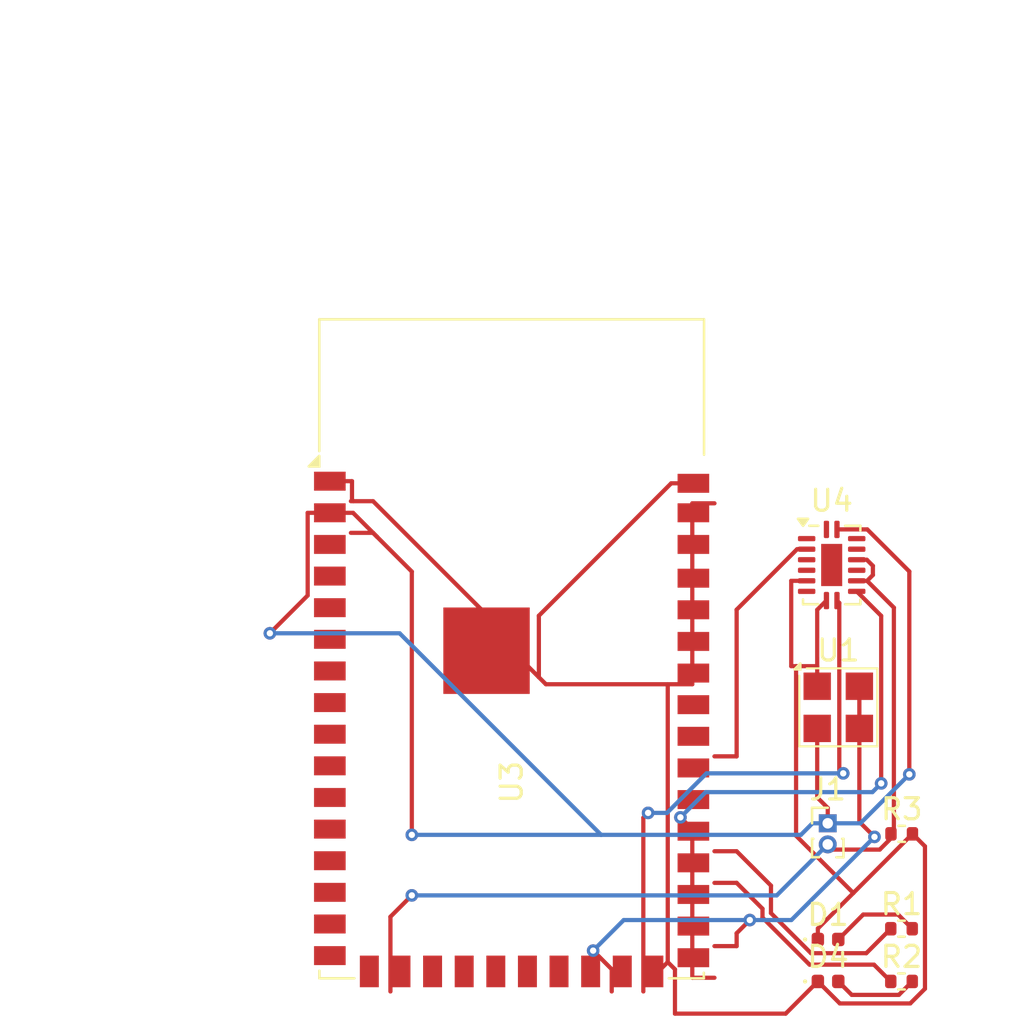
<source format=kicad_pcb>
(kicad_pcb (version 20241229) (generator "pcbnew") (generator_version "9.0")
  (layers (0 "F.Cu" signal) (2 "B.Cu" signal) (13 "F.Paste" user) (15 "B.Paste" user) (5 "F.SilkS" user "F.Silkscreen") (7 "B.SilkS" user "B.Silkscreen") (1 "F.Mask" user) (3 "B.Mask" user) (25 "Edge.Cuts" user))
  (net 0 "")
  (net 1 "Net-(D1-A)")
  (net 2 "Net-(D1-K)")
  (net 3 "Net-(D4-A)")
  (net 4 "Net-(J1-Pin_1)")
  (net 5 "Net-(J1-Pin_2)")
  (net 6 "Net-(U3-IO37)")
  (net 7 "Net-(U3-IO36)")
  (net 8 "Net-(U1-SCL)")
  (net 16 "Net-(U3-IO26)")
  (net 34 "Net-(U3-IO40)")
  (net 35 "Net-(U3-IO33)")
  (net 51 "Net-(U1-SDA)")
  (net 52 "Net-(U3-IO14)")
  (footprint "LED_SMD:LED_0402_1005Metric" (layer "F.Cu") (at 86.8888 71.5947)
    (property "Reference" "D4" (at 0 -1.17 0) (layer "F.SilkS"))
    (property "Value" "LED")
    (fp_circle (center -1.09 0) (end -1.04 0) (stroke (width 0.1)) (fill no) (layer "F.SilkS"))
    (pad "1" smd roundrect (at -0.485 0) (size 0.59 0.64) (layers "F.Cu" "F.Mask" "F.Paste") (net 2 "Net-(D1-K)"))
    (pad "2" smd roundrect (at 0.485 0) (size 0.59 0.64) (layers "F.Cu" "F.Mask" "F.Paste") (net 3 "Net-(D4-A)"))
  )
  (footprint "Connector_PinHeader_1.00mm:PinHeader_1x02_P1.00mm_Vertical" (layer "F.Cu") (at 86.8738 64.0947)
    (property "Reference" "J1" (at 0 -1.61 0) (layer "F.SilkS"))
    (property "Value" "Conn_01x02")
    (fp_line (start -0.745 -0.735) (end 0 -0.735) (stroke (width 0.12)) (layer "F.SilkS"))
    (fp_line (start -0.745 0) (end -0.745 -0.735) (stroke (width 0.12)) (layer "F.SilkS"))
    (fp_line (start -0.745 0.735) (end -0.745 1.61) (stroke (width 0.12)) (layer "F.SilkS"))
    (fp_line (start -0.745 0.735) (end -0.685565 0.735) (stroke (width 0.12)) (layer "F.SilkS"))
    (fp_line (start -0.745 1.61) (end -0.41003 1.61) (stroke (width 0.12)) (layer "F.SilkS"))
    (fp_line (start 0.41003 1.61) (end 0.745 1.61) (stroke (width 0.12)) (layer "F.SilkS"))
    (fp_line (start 0.685565 0.735) (end 0.745 0.735) (stroke (width 0.12)) (layer "F.SilkS"))
    (fp_line (start 0.745 0.735) (end 0.745 1.61) (stroke (width 0.12)) (layer "F.SilkS"))
    (pad "1" thru_hole rect (at 0 0) (size 0.85 0.85) (drill 0.5) (layers "*.Cu" "*.Mask") (net 4 "Net-(J1-Pin_1)"))
    (pad "2" thru_hole circle (at 0 1) (size 0.85 0.85) (drill 0.5) (layers "*.Cu" "*.Mask") (net 5 "Net-(J1-Pin_2)"))
  )
  (footprint "Resistor_SMD:R_0402_1005Metric" (layer "F.Cu") (at 90.3738 71.5947)
    (property "Reference" "R2" (at 0 -1.17 0) (layer "F.SilkS"))
    (property "Value" "220 ohm")
    (fp_line (start -0.153641 -0.38) (end 0.153641 -0.38) (stroke (width 0.12)) (layer "F.SilkS"))
    (fp_line (start -0.153641 0.38) (end 0.153641 0.38) (stroke (width 0.12)) (layer "F.SilkS"))
    (pad "1" smd roundrect (at -0.51 0) (size 0.54 0.64) (layers "F.Cu" "F.Mask" "F.Paste") (net 7 "Net-(U3-IO36)"))
    (pad "2" smd roundrect (at 0.51 0) (size 0.54 0.64) (layers "F.Cu" "F.Mask" "F.Paste") (net 3 "Net-(D4-A)"))
  )
  (footprint "LED_SMD:LED_0402_1005Metric" (layer "F.Cu") (at 86.8888 69.6047)
    (property "Reference" "D1" (at 0 -1.17 0) (layer "F.SilkS"))
    (property "Value" "LED")
    (fp_circle (center -1.09 0) (end -1.04 0) (stroke (width 0.1)) (fill no) (layer "F.SilkS"))
    (pad "1" smd roundrect (at -0.485 0) (size 0.59 0.64) (layers "F.Cu" "F.Mask" "F.Paste") (net 2 "Net-(D1-K)"))
    (pad "2" smd roundrect (at 0.485 0) (size 0.59 0.64) (layers "F.Cu" "F.Mask" "F.Paste") (net 1 "Net-(D1-A)"))
  )
  (footprint "Resistor_SMD:R_0402_1005Metric" (layer "F.Cu") (at 90.3838 64.5947)
    (property "Reference" "R3" (at 0 -1.17 0) (layer "F.SilkS"))
    (property "Value" "10k")
    (fp_line (start -0.153641 -0.38) (end 0.153641 -0.38) (stroke (width 0.12)) (layer "F.SilkS"))
    (fp_line (start -0.153641 0.38) (end 0.153641 0.38) (stroke (width 0.12)) (layer "F.SilkS"))
    (pad "1" smd roundrect (at -0.51 0) (size 0.54 0.64) (layers "F.Cu" "F.Mask" "F.Paste") (net 5 "Net-(J1-Pin_2)"))
    (pad "2" smd roundrect (at 0.51 0) (size 0.54 0.64) (layers "F.Cu" "F.Mask" "F.Paste") (net 2 "Net-(D1-K)"))
  )
  (footprint "Sensor_Pressure:TE_MS5837-xxBA" (layer "F.Cu") (at 87.3738 58.5947)
    (property "Reference" "U1" (at 0 -2.7 0) (layer "F.SilkS"))
    (property "Value" "MS5837-xxBA")
    (fp_line (start -1.85 1.85) (end -1.85 -1.5) (stroke (width 0.1)) (layer "F.SilkS"))
    (fp_line (start -1.5 -1.85) (end 1.85 -1.85) (stroke (width 0.1)) (layer "F.SilkS"))
    (fp_line (start 1.85 -1.85) (end 1.85 1.85) (stroke (width 0.1)) (layer "F.SilkS"))
    (fp_line (start 1.85 1.85) (end -1.85 1.85) (stroke (width 0.1)) (layer "F.SilkS"))
    (fp_poly (pts (xy -1.8 -1.8) (xy -2.08 -1.8) (xy -1.8 -2.08) (xy -1.8 -1.8)) (stroke (width 0.12)) (fill yes) (layer "F.SilkS"))
    (pad "1" smd rect (at -1 -1 180) (size 1.3 1.3) (layers "F.Cu" "F.Mask" "F.Paste") (net 2 "Net-(D1-K)"))
    (pad "2" smd rect (at -1 1 180) (size 1.3 1.3) (layers "F.Cu" "F.Mask" "F.Paste") (net 4 "Net-(J1-Pin_1)"))
    (pad "3" smd rect (at 1 1 180) (size 1.3 1.3) (layers "F.Cu" "F.Mask" "F.Paste") (net 8 "Net-(U1-SCL)"))
    (pad "4" smd rect (at 1 -1 180) (size 1.3 1.3) (layers "F.Cu" "F.Mask" "F.Paste") (net 51 "Net-(U1-SDA)"))
  )
  (footprint "Resistor_SMD:R_0402_1005Metric" (layer "F.Cu") (at 90.3738 69.0947)
    (property "Reference" "R1" (at 0 -1.17 0) (layer "F.SilkS"))
    (property "Value" "220 ohm")
    (fp_line (start -0.153641 -0.38) (end 0.153641 -0.38) (stroke (width 0.12)) (layer "F.SilkS"))
    (fp_line (start -0.153641 0.38) (end 0.153641 0.38) (stroke (width 0.12)) (layer "F.SilkS"))
    (pad "1" smd roundrect (at -0.51 0) (size 0.54 0.64) (layers "F.Cu" "F.Mask" "F.Paste") (net 6 "Net-(U3-IO37)"))
    (pad "2" smd roundrect (at 0.51 0) (size 0.54 0.64) (layers "F.Cu" "F.Mask" "F.Paste") (net 1 "Net-(D1-A)"))
  )
  (footprint "Package_DFN_QFN:DHVQFN-16-1EP_2.5x3.5mm_P0.5mm_EP1x2mm" (layer "F.Cu") (at 87.0613 51.8447)
    (property "Reference" "U4" (at 0 -3.05 0) (layer "F.SilkS"))
    (property "Value" "NMUX1308BQ")
    (fp_line (start -1.36 1.86) (end -1.36 1.635) (stroke (width 0.12)) (layer "F.SilkS"))
    (fp_line (start -0.635 -1.86) (end -1.06 -1.86) (stroke (width 0.12)) (layer "F.SilkS"))
    (fp_line (start -0.635 1.86) (end -1.36 1.86) (stroke (width 0.12)) (layer "F.SilkS"))
    (fp_line (start 0.635 -1.86) (end 1.36 -1.86) (stroke (width 0.12)) (layer "F.SilkS"))
    (fp_line (start 0.635 1.86) (end 1.36 1.86) (stroke (width 0.12)) (layer "F.SilkS"))
    (fp_line (start 1.36 -1.86) (end 1.36 -1.635) (stroke (width 0.12)) (layer "F.SilkS"))
    (fp_line (start 1.36 1.86) (end 1.36 1.635) (stroke (width 0.12)) (layer "F.SilkS"))
    (fp_poly (pts (xy -1.36 -1.86) (xy -1.6 -2.19) (xy -1.12 -2.19)) (stroke (width 0.12)) (fill yes) (layer "F.SilkS"))
    (pad "1" smd roundrect (at -0.25 -1.6875) (size 0.25 0.825) (layers "F.Cu" "F.Mask" "F.Paste"))
    (pad "2" smd roundrect (at -1.1875 -1.25) (size 0.825 0.25) (layers "F.Cu" "F.Mask" "F.Paste"))
    (pad "3" smd roundrect (at -1.1875 -0.75) (size 0.825 0.25) (layers "F.Cu" "F.Mask" "F.Paste") (net 34 "Net-(U3-IO40)"))
    (pad "4" smd roundrect (at -1.1875 -0.25) (size 0.825 0.25) (layers "F.Cu" "F.Mask" "F.Paste"))
    (pad "5" smd roundrect (at -1.1875 0.25) (size 0.825 0.25) (layers "F.Cu" "F.Mask" "F.Paste"))
    (pad "6" smd roundrect (at -1.1875 0.75) (size 0.825 0.25) (layers "F.Cu" "F.Mask" "F.Paste") (net 2 "Net-(D1-K)"))
    (pad "7" smd roundrect (at -1.1875 1.25) (size 0.825 0.25) (layers "F.Cu" "F.Mask" "F.Paste"))
    (pad "8" smd roundrect (at -0.25 1.6875) (size 0.25 0.825) (layers "F.Cu" "F.Mask" "F.Paste") (net 2 "Net-(D1-K)"))
    (pad "9" smd roundrect (at 0.25 1.6875) (size 0.25 0.825) (layers "F.Cu" "F.Mask" "F.Paste") (net 16 "Net-(U3-IO26)"))
    (pad "10" smd roundrect (at 1.1875 1.25) (size 0.825 0.25) (layers "F.Cu" "F.Mask" "F.Paste") (net 35 "Net-(U3-IO33)"))
    (pad "11" smd roundrect (at 1.1875 0.75) (size 0.825 0.25) (layers "F.Cu" "F.Mask" "F.Paste") (net 52 "Net-(U3-IO14)"))
    (pad "12" smd roundrect (at 1.1875 0.25) (size 0.825 0.25) (layers "F.Cu" "F.Mask" "F.Paste"))
    (pad "13" smd roundrect (at 1.1875 -0.25) (size 0.825 0.25) (layers "F.Cu" "F.Mask" "F.Paste") (net 5 "Net-(J1-Pin_2)"))
    (pad "14" smd roundrect (at 1.1875 -0.75) (size 0.825 0.25) (layers "F.Cu" "F.Mask" "F.Paste"))
    (pad "15" smd roundrect (at 1.1875 -1.25) (size 0.825 0.25) (layers "F.Cu" "F.Mask" "F.Paste"))
    (pad "16" smd roundrect (at 0.25 -1.6875) (size 0.25 0.825) (layers "F.Cu" "F.Mask" "F.Paste") (net 4 "Net-(J1-Pin_1)"))
    (pad "17" smd rect (at 0 0) (size 1 2) (property pad_prop_heatsink) (layers "F.Cu" "F.Mask"))
  )
  (footprint "RF_Module:ESP32-S2-WROVER" (layer "F.Cu") (at 71.8738 59.6447)
    (property "Reference" "U3" (at 0 2.5 90) (layer "F.SilkS"))
    (property "Value" "ESP32-S2-WROVER")
    (fp_line (start -9.125 -19.45) (end 9.13 -19.45) (stroke (width 0.12)) (layer "F.SilkS"))
    (fp_line (start -9.125 -13.2) (end -9.125 -19.45) (stroke (width 0.12)) (layer "F.SilkS"))
    (fp_line (start -9.12 11.44) (end -9.12 11.8) (stroke (width 0.12)) (layer "F.SilkS"))
    (fp_line (start -9.12 11.8) (end -7.46 11.8) (stroke (width 0.12)) (layer "F.SilkS"))
    (fp_line (start 9.12 11.54) (end 9.12 11.8) (stroke (width 0.12)) (layer "F.SilkS"))
    (fp_line (start 9.12 11.8) (end 7.46 11.8) (stroke (width 0.12)) (layer "F.SilkS"))
    (fp_line (start 9.13 -13.03) (end 9.13 -19.45) (stroke (width 0.12)) (layer "F.SilkS"))
    (fp_poly (pts (xy -9.125 -12.475) (xy -9.625 -12.475) (xy -9.125 -12.975) (xy -9.125 -12.475)) (stroke (width 0.12)) (fill yes) (layer "F.SilkS"))
    (pad "1" smd rect (at -8.625 -11.775) (size 1.5 0.9) (layers "F.Cu" "F.Mask" "F.Paste") (net 2 "Net-(D1-K)"))
    (pad "2" smd rect (at -8.625 -10.275) (size 1.5 0.9) (layers "F.Cu" "F.Mask" "F.Paste") (net 4 "Net-(J1-Pin_1)"))
    (pad "3" smd rect (at -8.625 -8.775) (size 1.5 0.9) (layers "F.Cu" "F.Mask" "F.Paste"))
    (pad "4" smd rect (at -8.625 -7.275) (size 1.5 0.9) (layers "F.Cu" "F.Mask" "F.Paste"))
    (pad "5" smd rect (at -8.625 -5.775) (size 1.5 0.9) (layers "F.Cu" "F.Mask" "F.Paste"))
    (pad "6" smd rect (at -8.625 -4.275) (size 1.5 0.9) (layers "F.Cu" "F.Mask" "F.Paste"))
    (pad "7" smd rect (at -8.625 -2.775) (size 1.5 0.9) (layers "F.Cu" "F.Mask" "F.Paste"))
    (pad "8" smd rect (at -8.625 -1.275) (size 1.5 0.9) (layers "F.Cu" "F.Mask" "F.Paste"))
    (pad "9" smd rect (at -8.625 0.225) (size 1.5 0.9) (layers "F.Cu" "F.Mask" "F.Paste"))
    (pad "10" smd rect (at -8.625 1.725) (size 1.5 0.9) (layers "F.Cu" "F.Mask" "F.Paste"))
    (pad "11" smd rect (at -8.625 3.225) (size 1.5 0.9) (layers "F.Cu" "F.Mask" "F.Paste"))
    (pad "12" smd rect (at -8.625 4.725) (size 1.5 0.9) (layers "F.Cu" "F.Mask" "F.Paste"))
    (pad "13" smd rect (at -8.625 6.225) (size 1.5 0.9) (layers "F.Cu" "F.Mask" "F.Paste"))
    (pad "14" smd rect (at -8.625 7.725) (size 1.5 0.9) (layers "F.Cu" "F.Mask" "F.Paste"))
    (pad "15" smd rect (at -8.625 9.225 180) (size 1.5 0.9) (layers "F.Cu" "F.Mask" "F.Paste"))
    (pad "16" smd rect (at -8.625 10.725 180) (size 1.5 0.9) (layers "F.Cu" "F.Mask" "F.Paste"))
    (pad "17" smd rect (at -6.75 11.475) (size 0.9 1.5) (layers "F.Cu" "F.Mask" "F.Paste") (net 52 "Net-(U3-IO14)"))
    (pad "18" smd rect (at -5.25 11.475) (size 0.9 1.5) (layers "F.Cu" "F.Mask" "F.Paste"))
    (pad "19" smd rect (at -3.75 11.475) (size 0.9 1.5) (layers "F.Cu" "F.Mask" "F.Paste"))
    (pad "20" smd rect (at -2.25 11.475) (size 0.9 1.5) (layers "F.Cu" "F.Mask" "F.Paste"))
    (pad "21" smd rect (at -0.75 11.475) (size 0.9 1.5) (layers "F.Cu" "F.Mask" "F.Paste"))
    (pad "22" smd rect (at 0.75 11.475) (size 0.9 1.5) (layers "F.Cu" "F.Mask" "F.Paste"))
    (pad "23" smd rect (at 2.25 11.475) (size 0.9 1.5) (layers "F.Cu" "F.Mask" "F.Paste"))
    (pad "24" smd rect (at 3.75 11.475) (size 0.9 1.5) (layers "F.Cu" "F.Mask" "F.Paste") (net 51 "Net-(U1-SDA)"))
    (pad "25" smd rect (at 5.25 11.475) (size 0.9 1.5) (layers "F.Cu" "F.Mask" "F.Paste") (net 16 "Net-(U3-IO26)"))
    (pad "26" smd rect (at 6.75 11.475) (size 0.9 1.5) (layers "F.Cu" "F.Mask" "F.Paste") (net 2 "Net-(D1-K)"))
    (pad "27" smd rect (at 8.625 10.825) (size 1.5 0.9) (layers "F.Cu" "F.Mask" "F.Paste") (net 35 "Net-(U3-IO33)"))
    (pad "28" smd rect (at 8.625 9.325) (size 1.5 0.9) (layers "F.Cu" "F.Mask" "F.Paste") (net 8 "Net-(U1-SCL)"))
    (pad "29" smd rect (at 8.625 7.825) (size 1.5 0.9) (layers "F.Cu" "F.Mask" "F.Paste"))
    (pad "30" smd rect (at 8.625 6.325) (size 1.5 0.9) (layers "F.Cu" "F.Mask" "F.Paste") (net 7 "Net-(U3-IO36)"))
    (pad "31" smd rect (at 8.625 4.825) (size 1.5 0.9) (layers "F.Cu" "F.Mask" "F.Paste") (net 6 "Net-(U3-IO37)"))
    (pad "32" smd rect (at 8.625 3.325) (size 1.5 0.9) (layers "F.Cu" "F.Mask" "F.Paste"))
    (pad "33" smd rect (at 8.625 1.825) (size 1.5 0.9) (layers "F.Cu" "F.Mask" "F.Paste"))
    (pad "34" smd rect (at 8.625 0.325) (size 1.5 0.9) (layers "F.Cu" "F.Mask" "F.Paste") (net 34 "Net-(U3-IO40)"))
    (pad "35" smd rect (at 8.625 -1.175) (size 1.5 0.9) (layers "F.Cu" "F.Mask" "F.Paste"))
    (pad "36" smd rect (at 8.625 -2.675) (size 1.5 0.9) (layers "F.Cu" "F.Mask" "F.Paste"))
    (pad "37" smd rect (at 8.625 -4.175) (size 1.5 0.9) (layers "F.Cu" "F.Mask" "F.Paste"))
    (pad "38" smd rect (at 8.625 -5.675) (size 1.5 0.9) (layers "F.Cu" "F.Mask" "F.Paste"))
    (pad "39" smd rect (at 8.625 -7.175) (size 1.5 0.9) (layers "F.Cu" "F.Mask" "F.Paste"))
    (pad "40" smd rect (at 8.625 -8.775) (size 1.5 0.9) (layers "F.Cu" "F.Mask" "F.Paste"))
    (pad "41" smd rect (at 8.625 -10.275) (size 1.5 0.9) (layers "F.Cu" "F.Mask" "F.Paste"))
    (pad "42" smd rect (at 8.625 -11.675) (size 1.5 0.9) (layers "F.Cu" "F.Mask" "F.Paste") (net 2 "Net-(D1-K)"))
    (pad "43" smd rect (at -1.19 -3.735) (size 4.1 4.1) (property pad_prop_heatsink) (layers "F.Cu" "F.Mask") (net 2 "Net-(D1-K)"))
  )
  (segment (start 88.5569 68.4216) (end 87.3738 69.6047) (width 0.2) (layer "F.Cu") (net 1))
  (segment (start 90.8838 69.0947) (end 90.2107 68.4216) (width 0.2) (layer "F.Cu") (net 1))
  (segment (start 90.2107 68.4216) (end 88.5569 68.4216) (width 0.2) (layer "F.Cu") (net 1))
  (segment (start 90.8938 64.5947) (end 88.0876 67.4009) (width 0.2) (layer "F.Cu") (net 2))
  (segment (start 90.788 72.6382) (end 87.4473 72.6382) (width 0.2) (layer "F.Cu") (net 2))
  (segment (start 64.3005 48.754) (end 64.3662 48.8197) (width 0.2) (layer "F.Cu") (net 2))
  (segment (start 85.3722 56.643) (end 85.1411 56.643) (width 0.2) (layer "F.Cu") (net 2))
  (segment (start 79.6238 73.1214) (end 79.6238 71.018) (width 0.2) (layer "F.Cu") (net 2))
  (segment (start 86.8113 53.5322) (end 86.3738 53.9697) (width 0.2) (layer "F.Cu") (net 2))
  (segment (start 90.8938 64.5947) (end 91.4873 65.1882) (width 0.2) (layer "F.Cu") (net 2))
  (segment (start 80.4471 57.5) (end 80.4471 48.9197) (width 0.2) (layer "F.Cu") (net 2))
  (segment (start 70.6838 55.9097) (end 70.9888 55.6047) (width 0.2) (layer "F.Cu") (net 2))
  (segment (start 73.1669 54.2499) (end 79.4471 47.9697) (width 0.2) (layer "F.Cu") (net 2))
  (segment (start 78.8385 71.1197) (end 79.282 70.6762) (width 0.2) (layer "F.Cu") (net 2))
  (segment (start 63.2488 47.8697) (end 64.3005 47.8697) (width 0.2) (layer "F.Cu") (net 2))
  (segment (start 80.4988 47.9697) (end 79.4471 47.9697) (width 0.2) (layer "F.Cu") (net 2))
  (segment (start 65.3005 48.8197) (end 70.9888 54.508) (width 0.2) (layer "F.Cu") (net 2))
  (segment (start 91.4873 71.9389) (end 90.788 72.6382) (width 0.2) (layer "F.Cu") (net 2))
  (segment (start 86.3738 56.643) (end 85.3722 56.643) (width 0.2) (layer "F.Cu") (net 2))
  (segment (start 85.1411 56.643) (end 85.1411 52.5947) (width 0.2) (layer "F.Cu") (net 2))
  (segment (start 84.8771 73.1214) (end 79.6238 73.1214) (width 0.2) (layer "F.Cu") (net 2))
  (segment (start 86.3738 57.5947) (end 86.3738 56.643) (width 0.2) (layer "F.Cu") (net 2))
  (segment (start 71.6838 55.6838) (end 73.1669 57.1669) (width 0.2) (layer "F.Cu") (net 2))
  (segment (start 79.282 57.5) (end 80.4471 57.5) (width 0.2) (layer "F.Cu") (net 2))
  (segment (start 73.5 57.5) (end 79.282 57.5) (width 0.2) (layer "F.Cu") (net 2))
  (segment (start 86.3738 53.9697) (end 86.3738 56.643) (width 0.2) (layer "F.Cu") (net 2))
  (segment (start 64.2488 48.8197) (end 64.3662 48.8197) (width 0.2) (layer "F.Cu") (net 2))
  (segment (start 64.3005 47.8697) (end 64.3005 48.754) (width 0.2) (layer "F.Cu") (net 2))
  (segment (start 86.4038 71.5947) (end 84.8771 73.1214) (width 0.2) (layer "F.Cu") (net 2))
  (segment (start 85.3722 56.643) (end 85.3722 64.6856) (width 0.2) (layer "F.Cu") (net 2))
  (segment (start 79.6238 71.018) (end 79.282 70.6762) (width 0.2) (layer "F.Cu") (net 2))
  (segment (start 73.1669 57.1669) (end 73.1669 54.2499) (width 0.2) (layer "F.Cu") (net 2))
  (segment (start 85.3722 64.6856) (end 88.0876 67.4009) (width 0.2) (layer "F.Cu") (net 2))
  (segment (start 70.9888 55.6047) (end 70.9888 54.508) (width 0.2) (layer "F.Cu") (net 2))
  (segment (start 73.1669 57.1669) (end 73.5 57.5) (width 0.2) (layer "F.Cu") (net 2))
  (segment (start 85.1411 52.5947) (end 85.8738 52.5947) (width 0.2) (layer "F.Cu") (net 2))
  (segment (start 64.3662 48.8197) (end 65.3005 48.8197) (width 0.2) (layer "F.Cu") (net 2))
  (segment (start 86.4038 69.0847) (end 86.4038 69.6047) (width 0.2) (layer "F.Cu") (net 2))
  (segment (start 88.0876 67.4009) (end 86.4038 69.0847) (width 0.2) (layer "F.Cu") (net 2))
  (segment (start 87.4473 72.6382) (end 86.4038 71.5947) (width 0.2) (layer "F.Cu") (net 2))
  (segment (start 78.6238 71.1197) (end 78.8385 71.1197) (width 0.2) (layer "F.Cu") (net 2))
  (segment (start 79.282 57.5) (end 79.282 70.6762) (width 0.2) (layer "F.Cu") (net 2))
  (segment (start 80.4471 48.9197) (end 81.4988 48.9197) (width 0.2) (layer "F.Cu") (net 2))
  (segment (start 71.6838 54.508) (end 71.6838 55.6838) (width 0.2) (layer "F.Cu") (net 2))
  (segment (start 91.4873 65.1882) (end 91.4873 71.9389) (width 0.2) (layer "F.Cu") (net 2))
  (segment (start 71.6838 56.8597) (end 71.6838 55.6838) (width 0.2) (layer "F.Cu") (net 2))
  (segment (start 70.9888 54.508) (end 71.6838 54.508) (width 0.2) (layer "F.Cu") (net 2))
  (segment (start 90.8838 71.5947) (end 90.2462 72.2323) (width 0.2) (layer "F.Cu") (net 3))
  (segment (start 88.0114 72.2323) (end 87.3738 71.5947) (width 0.2) (layer "F.Cu") (net 3))
  (segment (start 90.2462 72.2323) (end 88.0114 72.2323) (width 0.2) (layer "F.Cu") (net 3))
  (segment (start 86.3738 62.868) (end 86.3738 59.5947) (width 0.2) (layer "F.Cu") (net 4))
  (segment (start 62.1971 49.3697) (end 62.1971 53.2899) (width 0.2) (layer "F.Cu") (net 4))
  (segment (start 63.2488 49.3697) (end 62.1971 49.3697) (width 0.2) (layer "F.Cu") (net 4))
  (segment (start 90.7441 61.7731) (end 90.7441 52.1519) (width 0.2) (layer "F.Cu") (net 4))
  (segment (start 64.2488 50.3197) (end 65.3005 50.3197) (width 0.2) (layer "F.Cu") (net 4))
  (segment (start 67.1389 52.1581) (end 67.1389 64.643) (width 0.2) (layer "F.Cu") (net 4))
  (segment (start 90.7441 52.1519) (end 88.7494 50.1572) (width 0.2) (layer "F.Cu") (net 4))
  (segment (start 65.3005 50.3197) (end 65.4904 50.5096) (width 0.2) (layer "F.Cu") (net 4))
  (segment (start 86.8738 63.368) (end 86.3738 62.868) (width 0.2) (layer "F.Cu") (net 4))
  (segment (start 88.7494 50.1572) (end 87.3113 50.1572) (width 0.2) (layer "F.Cu") (net 4))
  (segment (start 86.8738 64.0947) (end 86.8738 63.368) (width 0.2) (layer "F.Cu") (net 4))
  (segment (start 62.1971 53.2899) (end 60.4035 55.0835) (width 0.2) (layer "F.Cu") (net 4))
  (segment (start 64.3505 49.3697) (end 63.2488 49.3697) (width 0.2) (layer "F.Cu") (net 4))
  (segment (start 65.4904 50.5096) (end 64.3505 49.3697) (width 0.2) (layer "F.Cu") (net 4))
  (segment (start 65.4904 50.5096) (end 67.1389 52.1581) (width 0.2) (layer "F.Cu") (net 4))
  (via (at 90.7441 61.7731) (size 0.6) (drill 0.3) (layers "F.Cu" "B.Cu") (net 4))
  (via (at 60.4035 55.0835) (size 0.6) (drill 0.3) (layers "F.Cu" "B.Cu") (net 4))
  (via (at 67.1389 64.643) (size 0.6) (drill 0.3) (layers "F.Cu" "B.Cu") (net 4))
  (segment (start 60.4035 55.0835) (end 66.561 55.0835) (width 0.2) (layer "B.Cu") (net 4))
  (segment (start 66.561 55.0835) (end 76.1205 64.643) (width 0.2) (layer "B.Cu") (net 4))
  (segment (start 86.8738 64.0947) (end 88.4225 64.0947) (width 0.2) (layer "B.Cu") (net 4))
  (segment (start 86.1471 64.0947) (end 86.8738 64.0947) (width 0.2) (layer "B.Cu") (net 4))
  (segment (start 76.1205 64.643) (end 85.5988 64.643) (width 0.2) (layer "B.Cu") (net 4))
  (segment (start 67.1389 64.643) (end 76.1205 64.643) (width 0.2) (layer "B.Cu") (net 4))
  (segment (start 88.4225 64.0947) (end 90.7441 61.7731) (width 0.2) (layer "B.Cu") (net 4))
  (segment (start 85.5988 64.643) (end 86.1471 64.0947) (width 0.2) (layer "B.Cu") (net 4))
  (segment (start 88.7263 51.5947) (end 89.0154 51.8838) (width 0.2) (layer "F.Cu") (net 5))
  (segment (start 89.0154 51.8838) (end 89.0154 52.32) (width 0.2) (layer "F.Cu") (net 5))
  (segment (start 66.1238 72.0697) (end 66.1238 68.528) (width 0.2) (layer "F.Cu") (net 5))
  (segment (start 89.8738 64.5947) (end 90.0113 64.4572) (width 0.2) (layer "F.Cu") (net 5))
  (segment (start 90.0113 64.4572) (end 90.0113 53.8653) (width 0.2) (layer "F.Cu") (net 5))
  (segment (start 87.1209 65.3418) (end 89.3403 65.3418) (width 0.2) (layer "F.Cu") (net 5))
  (segment (start 88.2488 51.5947) (end 88.7263 51.5947) (width 0.2) (layer "F.Cu") (net 5))
  (segment (start 89.8738 64.8083) (end 89.8738 64.5947) (width 0.2) (layer "F.Cu") (net 5))
  (segment (start 90.0113 53.8653) (end 88.7407 52.5947) (width 0.2) (layer "F.Cu") (net 5))
  (segment (start 86.8738 65.0947) (end 87.1209 65.3418) (width 0.2) (layer "F.Cu") (net 5))
  (segment (start 66.1238 68.528) (end 67.1389 67.5129) (width 0.2) (layer "F.Cu") (net 5))
  (segment (start 89.0154 52.32) (end 88.7407 52.5947) (width 0.2) (layer "F.Cu") (net 5))
  (segment (start 89.3403 65.3418) (end 89.8738 64.8083) (width 0.2) (layer "F.Cu") (net 5))
  (segment (start 88.7407 52.5947) (end 88.2488 52.5947) (width 0.2) (layer "F.Cu") (net 5))
  (via (at 67.1389 67.5129) (size 0.6) (drill 0.3) (layers "F.Cu" "B.Cu") (net 5))
  (segment (start 84.4556 67.5129) (end 67.1389 67.5129) (width 0.2) (layer "B.Cu") (net 5))
  (segment (start 86.8738 65.0947) (end 84.4556 67.5129) (width 0.2) (layer "B.Cu") (net 5))
  (segment (start 84.1794 68.355) (end 84.1794 67.0486) (width 0.2) (layer "F.Cu") (net 6))
  (segment (start 84.1794 67.0486) (end 82.5505 65.4197) (width 0.2) (layer "F.Cu") (net 6))
  (segment (start 86.0795 70.2551) (end 84.1794 68.355) (width 0.2) (layer "F.Cu") (net 6))
  (segment (start 82.5505 65.4197) (end 81.4988 65.4197) (width 0.2) (layer "F.Cu") (net 6))
  (segment (start 89.8638 69.0947) (end 88.7034 70.2551) (width 0.2) (layer "F.Cu") (net 6))
  (segment (start 88.7034 70.2551) (end 86.0795 70.2551) (width 0.2) (layer "F.Cu") (net 6))
  (segment (start 83.7777 68.5672) (end 83.7777 68.1469) (width 0.2) (layer "F.Cu") (net 7))
  (segment (start 86.0082 70.7977) (end 83.7777 68.5672) (width 0.2) (layer "F.Cu") (net 7))
  (segment (start 89.0668 70.7977) (end 86.0082 70.7977) (width 0.2) (layer "F.Cu") (net 7))
  (segment (start 89.8638 71.5947) (end 89.0668 70.7977) (width 0.2) (layer "F.Cu") (net 7))
  (segment (start 82.5505 66.9197) (end 81.4988 66.9197) (width 0.2) (layer "F.Cu") (net 7))
  (segment (start 83.7777 68.1469) (end 82.5505 66.9197) (width 0.2) (layer "F.Cu") (net 7))
  (segment (start 88.3738 59.5947) (end 88.3738 64.0228) (width 0.2) (layer "F.Cu") (net 8))
  (segment (start 88.3738 64.0228) (end 89.0911 64.7401) (width 0.2) (layer "F.Cu") (net 8))
  (segment (start 82.5505 69.3086) (end 82.5505 69.9197) (width 0.2) (layer "F.Cu") (net 8))
  (segment (start 75.742 70.1338) (end 76.6238 71.0156) (width 0.2) (layer "F.Cu") (net 8))
  (segment (start 88.3738 57.5947) (end 88.3738 59.5947) (width 0.2) (layer "F.Cu") (net 8))
  (segment (start 82.5505 69.9197) (end 81.4988 69.9197) (width 0.2) (layer "F.Cu") (net 8))
  (segment (start 83.176 68.6831) (end 82.5505 69.3086) (width 0.2) (layer "F.Cu") (net 8))
  (segment (start 76.6238 71.0156) (end 76.6238 72.0697) (width 0.2) (layer "F.Cu") (net 8))
  (via (at 89.0911 64.7401) (size 0.6) (drill 0.3) (layers "F.Cu" "B.Cu") (net 8))
  (via (at 83.176 68.6831) (size 0.6) (drill 0.3) (layers "F.Cu" "B.Cu") (net 8))
  (via (at 75.742 70.1338) (size 0.6) (drill 0.3) (layers "F.Cu" "B.Cu") (net 8))
  (segment (start 85.1481 68.6831) (end 83.176 68.6831) (width 0.2) (layer "B.Cu") (net 8))
  (segment (start 83.176 68.6831) (end 77.1927 68.6831) (width 0.2) (layer "B.Cu") (net 8))
  (segment (start 89.0911 64.7401) (end 85.1481 68.6831) (width 0.2) (layer "B.Cu") (net 8))
  (segment (start 77.1927 68.6831) (end 75.742 70.1338) (width 0.2) (layer "B.Cu") (net 8))
  (segment (start 87.4221 61.5397) (end 87.4221 53.643) (width 0.2) (layer "F.Cu") (net 16))
  (segment (start 78.1238 72.0697) (end 78.1238 63.8274) (width 0.2) (layer "F.Cu") (net 16))
  (segment (start 87.6079 61.7255) (end 87.4221 61.5397) (width 0.2) (layer "F.Cu") (net 16))
  (segment (start 87.4221 53.643) (end 87.3113 53.5322) (width 0.2) (layer "F.Cu") (net 16))
  (segment (start 78.1238 63.8274) (end 78.3498 63.6014) (width 0.2) (layer "F.Cu") (net 16))
  (via (at 87.6079 61.7255) (size 0.6) (drill 0.3) (layers "F.Cu" "B.Cu") (net 16))
  (via (at 78.3498 63.6014) (size 0.6) (drill 0.3) (layers "F.Cu" "B.Cu") (net 16))
  (segment (start 79.2451 63.6014) (end 78.3498 63.6014) (width 0.2) (layer "B.Cu") (net 16))
  (segment (start 87.6079 61.7255) (end 81.1209 61.7255) (width 0.2) (layer "B.Cu") (net 16))
  (segment (start 79.2451 63.6013) (end 79.2451 63.6014) (width 0.2) (layer "B.Cu") (net 16))
  (segment (start 81.1209 61.7255) (end 79.2451 63.6013) (width 0.2) (layer "B.Cu") (net 16))
  (segment (start 82.5505 60.9197) (end 81.4988 60.9197) (width 0.2) (layer "F.Cu") (net 34))
  (segment (start 82.5505 53.9649) (end 82.5505 60.9197) (width 0.2) (layer "F.Cu") (net 34))
  (segment (start 85.8738 51.0947) (end 85.4207 51.0947) (width 0.2) (layer "F.Cu") (net 34))
  (segment (start 85.4207 51.0947) (end 82.5505 53.9649) (width 0.2) (layer "F.Cu") (net 34))
  (segment (start 80.4988 70.4697) (end 80.4471 70.4697) (width 0.2) (layer "F.Cu") (net 35))
  (segment (start 80.4471 64.3769) (end 80.4471 70.4697) (width 0.2) (layer "F.Cu") (net 35))
  (segment (start 89.4096 62.2014) (end 89.4096 54.2555) (width 0.2) (layer "F.Cu") (net 35))
  (segment (start 80.4471 70.4697) (end 80.4471 71.4197) (width 0.2) (layer "F.Cu") (net 35))
  (segment (start 89.4096 54.2555) (end 88.2488 53.0947) (width 0.2) (layer "F.Cu") (net 35))
  (segment (start 79.8837 63.8135) (end 80.4471 64.3769) (width 0.2) (layer "F.Cu") (net 35))
  (segment (start 80.4471 71.4197) (end 81.4988 71.4197) (width 0.2) (layer "F.Cu") (net 35))
  (via (at 89.4096 62.2014) (size 0.6) (drill 0.3) (layers "F.Cu" "B.Cu") (net 35))
  (via (at 79.8837 63.8135) (size 0.6) (drill 0.3) (layers "F.Cu" "B.Cu") (net 35))
  (segment (start 88.9942 62.6168) (end 81.0804 62.6168) (width 0.2) (layer "B.Cu") (net 35))
  (segment (start 81.0804 62.6168) (end 79.8837 63.8135) (width 0.2) (layer "B.Cu") (net 35))
  (segment (start 89.4096 62.2014) (end 88.9942 62.6168) (width 0.2) (layer "B.Cu") (net 35))
)
</source>
